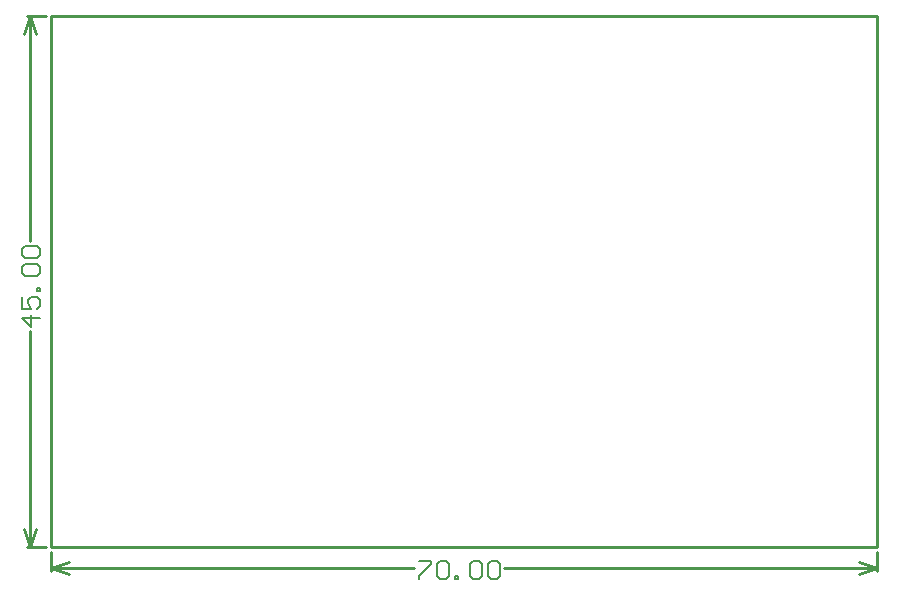
<source format=gm1>
G04*
G04 #@! TF.GenerationSoftware,Altium Limited,Altium Designer,18.1.9 (240)*
G04*
G04 Layer_Color=16711935*
%FSLAX24Y24*%
%MOIN*%
G70*
G01*
G75*
%ADD14C,0.0100*%
%ADD15C,0.0060*%
D14*
X27559Y0D02*
Y17717D01*
X0D02*
X27559D01*
X0Y0D02*
X27559D01*
X0D02*
Y17717D01*
X-900Y600D02*
X-700Y0D01*
X-500Y600D01*
X-700Y17717D02*
X-500Y17117D01*
X-900D02*
X-700Y17717D01*
Y0D02*
Y7189D01*
Y10208D02*
Y17717D01*
X-800Y0D02*
X-150D01*
X-800Y17717D02*
X-150D01*
X0Y-700D02*
X600Y-500D01*
X0Y-700D02*
X600Y-900D01*
X26959D02*
X27559Y-700D01*
X26959Y-500D02*
X27559Y-700D01*
X0D02*
X12110D01*
X15129D02*
X27559D01*
X0Y-800D02*
Y-150D01*
X27559Y-800D02*
Y-150D01*
Y0D02*
Y17717D01*
X0D02*
X27559D01*
X0Y0D02*
X27559D01*
X0D02*
Y17717D01*
X-900Y600D02*
X-700Y0D01*
X-500Y600D01*
X-700Y17717D02*
X-500Y17117D01*
X-900D02*
X-700Y17717D01*
Y0D02*
Y7189D01*
Y10208D02*
Y17717D01*
X-800Y0D02*
X-150D01*
X-800Y17717D02*
X-150D01*
X0Y-700D02*
X600Y-500D01*
X0Y-700D02*
X600Y-900D01*
X26959D02*
X27559Y-700D01*
X26959Y-500D02*
X27559Y-700D01*
X0D02*
X12110D01*
X15129D02*
X27559D01*
X0Y-800D02*
Y-150D01*
X27559Y-800D02*
Y-150D01*
D15*
X-340Y7649D02*
X-940D01*
X-640Y7349D01*
Y7749D01*
X-940Y8348D02*
Y7949D01*
X-640D01*
X-740Y8148D01*
Y8248D01*
X-640Y8348D01*
X-440D01*
X-340Y8248D01*
Y8048D01*
X-440Y7949D01*
X-340Y8548D02*
X-440D01*
Y8648D01*
X-340D01*
Y8548D01*
X-840Y9048D02*
X-940Y9148D01*
Y9348D01*
X-840Y9448D01*
X-440D01*
X-340Y9348D01*
Y9148D01*
X-440Y9048D01*
X-840D01*
Y9648D02*
X-940Y9748D01*
Y9948D01*
X-840Y10048D01*
X-440D01*
X-340Y9948D01*
Y9748D01*
X-440Y9648D01*
X-840D01*
X12270Y-460D02*
X12670D01*
Y-560D01*
X12270Y-960D01*
Y-1060D01*
X12870Y-560D02*
X12970Y-460D01*
X13170D01*
X13270Y-560D01*
Y-960D01*
X13170Y-1060D01*
X12970D01*
X12870Y-960D01*
Y-560D01*
X13470Y-1060D02*
Y-960D01*
X13570D01*
Y-1060D01*
X13470D01*
X13969Y-560D02*
X14069Y-460D01*
X14269D01*
X14369Y-560D01*
Y-960D01*
X14269Y-1060D01*
X14069D01*
X13969Y-960D01*
Y-560D01*
X14569D02*
X14669Y-460D01*
X14869D01*
X14969Y-560D01*
Y-960D01*
X14869Y-1060D01*
X14669D01*
X14569Y-960D01*
Y-560D01*
X-340Y7649D02*
X-940D01*
X-640Y7349D01*
Y7749D01*
X-940Y8348D02*
Y7949D01*
X-640D01*
X-740Y8148D01*
Y8248D01*
X-640Y8348D01*
X-440D01*
X-340Y8248D01*
Y8048D01*
X-440Y7949D01*
X-340Y8548D02*
X-440D01*
Y8648D01*
X-340D01*
Y8548D01*
X-840Y9048D02*
X-940Y9148D01*
Y9348D01*
X-840Y9448D01*
X-440D01*
X-340Y9348D01*
Y9148D01*
X-440Y9048D01*
X-840D01*
Y9648D02*
X-940Y9748D01*
Y9948D01*
X-840Y10048D01*
X-440D01*
X-340Y9948D01*
Y9748D01*
X-440Y9648D01*
X-840D01*
X12270Y-460D02*
X12670D01*
Y-560D01*
X12270Y-960D01*
Y-1060D01*
X12870Y-560D02*
X12970Y-460D01*
X13170D01*
X13270Y-560D01*
Y-960D01*
X13170Y-1060D01*
X12970D01*
X12870Y-960D01*
Y-560D01*
X13470Y-1060D02*
Y-960D01*
X13570D01*
Y-1060D01*
X13470D01*
X13969Y-560D02*
X14069Y-460D01*
X14269D01*
X14369Y-560D01*
Y-960D01*
X14269Y-1060D01*
X14069D01*
X13969Y-960D01*
Y-560D01*
X14569D02*
X14669Y-460D01*
X14869D01*
X14969Y-560D01*
Y-960D01*
X14869Y-1060D01*
X14669D01*
X14569Y-960D01*
Y-560D01*
M02*

</source>
